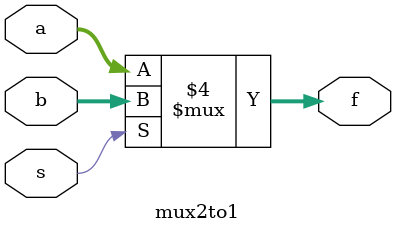
<source format=v>
module mux2to1 (input [15:0] a, b,
		input s,
		output reg [15:0] f);

always@(*)
	if (s == 1'b0)
		f = a;
	else
		f = b;

endmodule

</source>
